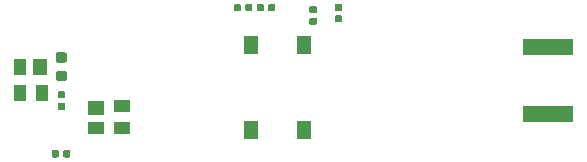
<source format=gbr>
G04 #@! TF.GenerationSoftware,KiCad,Pcbnew,(5.1.5)-3*
G04 #@! TF.CreationDate,2020-07-06T21:55:48+02:00*
G04 #@! TF.ProjectId,Theo3,5468656f-332e-46b6-9963-61645f706362,rev?*
G04 #@! TF.SameCoordinates,Original*
G04 #@! TF.FileFunction,Paste,Bot*
G04 #@! TF.FilePolarity,Positive*
%FSLAX46Y46*%
G04 Gerber Fmt 4.6, Leading zero omitted, Abs format (unit mm)*
G04 Created by KiCad (PCBNEW (5.1.5)-3) date 2020-07-06 21:55:48*
%MOMM*%
%LPD*%
G04 APERTURE LIST*
%ADD10C,0.100000*%
%ADD11R,1.200000X1.400000*%
%ADD12R,1.000000X1.400000*%
%ADD13R,1.400000X1.000000*%
%ADD14R,1.400000X1.200000*%
%ADD15R,1.300000X1.550000*%
%ADD16R,4.200000X1.350000*%
G04 APERTURE END LIST*
D10*
G36*
X46214558Y-79258910D02*
G01*
X46228876Y-79261034D01*
X46242917Y-79264551D01*
X46256546Y-79269428D01*
X46269631Y-79275617D01*
X46282047Y-79283058D01*
X46293673Y-79291681D01*
X46304398Y-79301402D01*
X46314119Y-79312127D01*
X46322742Y-79323753D01*
X46330183Y-79336169D01*
X46336372Y-79349254D01*
X46341249Y-79362883D01*
X46344766Y-79376924D01*
X46346890Y-79391242D01*
X46347600Y-79405700D01*
X46347600Y-79750700D01*
X46346890Y-79765158D01*
X46344766Y-79779476D01*
X46341249Y-79793517D01*
X46336372Y-79807146D01*
X46330183Y-79820231D01*
X46322742Y-79832647D01*
X46314119Y-79844273D01*
X46304398Y-79854998D01*
X46293673Y-79864719D01*
X46282047Y-79873342D01*
X46269631Y-79880783D01*
X46256546Y-79886972D01*
X46242917Y-79891849D01*
X46228876Y-79895366D01*
X46214558Y-79897490D01*
X46200100Y-79898200D01*
X45905100Y-79898200D01*
X45890642Y-79897490D01*
X45876324Y-79895366D01*
X45862283Y-79891849D01*
X45848654Y-79886972D01*
X45835569Y-79880783D01*
X45823153Y-79873342D01*
X45811527Y-79864719D01*
X45800802Y-79854998D01*
X45791081Y-79844273D01*
X45782458Y-79832647D01*
X45775017Y-79820231D01*
X45768828Y-79807146D01*
X45763951Y-79793517D01*
X45760434Y-79779476D01*
X45758310Y-79765158D01*
X45757600Y-79750700D01*
X45757600Y-79405700D01*
X45758310Y-79391242D01*
X45760434Y-79376924D01*
X45763951Y-79362883D01*
X45768828Y-79349254D01*
X45775017Y-79336169D01*
X45782458Y-79323753D01*
X45791081Y-79312127D01*
X45800802Y-79301402D01*
X45811527Y-79291681D01*
X45823153Y-79283058D01*
X45835569Y-79275617D01*
X45848654Y-79269428D01*
X45862283Y-79264551D01*
X45876324Y-79261034D01*
X45890642Y-79258910D01*
X45905100Y-79258200D01*
X46200100Y-79258200D01*
X46214558Y-79258910D01*
G37*
G36*
X45244558Y-79258910D02*
G01*
X45258876Y-79261034D01*
X45272917Y-79264551D01*
X45286546Y-79269428D01*
X45299631Y-79275617D01*
X45312047Y-79283058D01*
X45323673Y-79291681D01*
X45334398Y-79301402D01*
X45344119Y-79312127D01*
X45352742Y-79323753D01*
X45360183Y-79336169D01*
X45366372Y-79349254D01*
X45371249Y-79362883D01*
X45374766Y-79376924D01*
X45376890Y-79391242D01*
X45377600Y-79405700D01*
X45377600Y-79750700D01*
X45376890Y-79765158D01*
X45374766Y-79779476D01*
X45371249Y-79793517D01*
X45366372Y-79807146D01*
X45360183Y-79820231D01*
X45352742Y-79832647D01*
X45344119Y-79844273D01*
X45334398Y-79854998D01*
X45323673Y-79864719D01*
X45312047Y-79873342D01*
X45299631Y-79880783D01*
X45286546Y-79886972D01*
X45272917Y-79891849D01*
X45258876Y-79895366D01*
X45244558Y-79897490D01*
X45230100Y-79898200D01*
X44935100Y-79898200D01*
X44920642Y-79897490D01*
X44906324Y-79895366D01*
X44892283Y-79891849D01*
X44878654Y-79886972D01*
X44865569Y-79880783D01*
X44853153Y-79873342D01*
X44841527Y-79864719D01*
X44830802Y-79854998D01*
X44821081Y-79844273D01*
X44812458Y-79832647D01*
X44805017Y-79820231D01*
X44798828Y-79807146D01*
X44793951Y-79793517D01*
X44790434Y-79779476D01*
X44788310Y-79765158D01*
X44787600Y-79750700D01*
X44787600Y-79405700D01*
X44788310Y-79391242D01*
X44790434Y-79376924D01*
X44793951Y-79362883D01*
X44798828Y-79349254D01*
X44805017Y-79336169D01*
X44812458Y-79323753D01*
X44821081Y-79312127D01*
X44830802Y-79301402D01*
X44841527Y-79291681D01*
X44853153Y-79283058D01*
X44865569Y-79275617D01*
X44878654Y-79269428D01*
X44892283Y-79264551D01*
X44906324Y-79261034D01*
X44920642Y-79258910D01*
X44935100Y-79258200D01*
X45230100Y-79258200D01*
X45244558Y-79258910D01*
G37*
G36*
X69249558Y-67856310D02*
G01*
X69263876Y-67858434D01*
X69277917Y-67861951D01*
X69291546Y-67866828D01*
X69304631Y-67873017D01*
X69317047Y-67880458D01*
X69328673Y-67889081D01*
X69339398Y-67898802D01*
X69349119Y-67909527D01*
X69357742Y-67921153D01*
X69365183Y-67933569D01*
X69371372Y-67946654D01*
X69376249Y-67960283D01*
X69379766Y-67974324D01*
X69381890Y-67988642D01*
X69382600Y-68003100D01*
X69382600Y-68298100D01*
X69381890Y-68312558D01*
X69379766Y-68326876D01*
X69376249Y-68340917D01*
X69371372Y-68354546D01*
X69365183Y-68367631D01*
X69357742Y-68380047D01*
X69349119Y-68391673D01*
X69339398Y-68402398D01*
X69328673Y-68412119D01*
X69317047Y-68420742D01*
X69304631Y-68428183D01*
X69291546Y-68434372D01*
X69277917Y-68439249D01*
X69263876Y-68442766D01*
X69249558Y-68444890D01*
X69235100Y-68445600D01*
X68890100Y-68445600D01*
X68875642Y-68444890D01*
X68861324Y-68442766D01*
X68847283Y-68439249D01*
X68833654Y-68434372D01*
X68820569Y-68428183D01*
X68808153Y-68420742D01*
X68796527Y-68412119D01*
X68785802Y-68402398D01*
X68776081Y-68391673D01*
X68767458Y-68380047D01*
X68760017Y-68367631D01*
X68753828Y-68354546D01*
X68748951Y-68340917D01*
X68745434Y-68326876D01*
X68743310Y-68312558D01*
X68742600Y-68298100D01*
X68742600Y-68003100D01*
X68743310Y-67988642D01*
X68745434Y-67974324D01*
X68748951Y-67960283D01*
X68753828Y-67946654D01*
X68760017Y-67933569D01*
X68767458Y-67921153D01*
X68776081Y-67909527D01*
X68785802Y-67898802D01*
X68796527Y-67889081D01*
X68808153Y-67880458D01*
X68820569Y-67873017D01*
X68833654Y-67866828D01*
X68847283Y-67861951D01*
X68861324Y-67858434D01*
X68875642Y-67856310D01*
X68890100Y-67855600D01*
X69235100Y-67855600D01*
X69249558Y-67856310D01*
G37*
G36*
X69249558Y-66886310D02*
G01*
X69263876Y-66888434D01*
X69277917Y-66891951D01*
X69291546Y-66896828D01*
X69304631Y-66903017D01*
X69317047Y-66910458D01*
X69328673Y-66919081D01*
X69339398Y-66928802D01*
X69349119Y-66939527D01*
X69357742Y-66951153D01*
X69365183Y-66963569D01*
X69371372Y-66976654D01*
X69376249Y-66990283D01*
X69379766Y-67004324D01*
X69381890Y-67018642D01*
X69382600Y-67033100D01*
X69382600Y-67328100D01*
X69381890Y-67342558D01*
X69379766Y-67356876D01*
X69376249Y-67370917D01*
X69371372Y-67384546D01*
X69365183Y-67397631D01*
X69357742Y-67410047D01*
X69349119Y-67421673D01*
X69339398Y-67432398D01*
X69328673Y-67442119D01*
X69317047Y-67450742D01*
X69304631Y-67458183D01*
X69291546Y-67464372D01*
X69277917Y-67469249D01*
X69263876Y-67472766D01*
X69249558Y-67474890D01*
X69235100Y-67475600D01*
X68890100Y-67475600D01*
X68875642Y-67474890D01*
X68861324Y-67472766D01*
X68847283Y-67469249D01*
X68833654Y-67464372D01*
X68820569Y-67458183D01*
X68808153Y-67450742D01*
X68796527Y-67442119D01*
X68785802Y-67432398D01*
X68776081Y-67421673D01*
X68767458Y-67410047D01*
X68760017Y-67397631D01*
X68753828Y-67384546D01*
X68748951Y-67370917D01*
X68745434Y-67356876D01*
X68743310Y-67342558D01*
X68742600Y-67328100D01*
X68742600Y-67033100D01*
X68743310Y-67018642D01*
X68745434Y-67004324D01*
X68748951Y-66990283D01*
X68753828Y-66976654D01*
X68760017Y-66963569D01*
X68767458Y-66951153D01*
X68776081Y-66939527D01*
X68785802Y-66928802D01*
X68796527Y-66919081D01*
X68808153Y-66910458D01*
X68820569Y-66903017D01*
X68833654Y-66896828D01*
X68847283Y-66891951D01*
X68861324Y-66888434D01*
X68875642Y-66886310D01*
X68890100Y-66885600D01*
X69235100Y-66885600D01*
X69249558Y-66886310D01*
G37*
G36*
X67090558Y-68059510D02*
G01*
X67104876Y-68061634D01*
X67118917Y-68065151D01*
X67132546Y-68070028D01*
X67145631Y-68076217D01*
X67158047Y-68083658D01*
X67169673Y-68092281D01*
X67180398Y-68102002D01*
X67190119Y-68112727D01*
X67198742Y-68124353D01*
X67206183Y-68136769D01*
X67212372Y-68149854D01*
X67217249Y-68163483D01*
X67220766Y-68177524D01*
X67222890Y-68191842D01*
X67223600Y-68206300D01*
X67223600Y-68501300D01*
X67222890Y-68515758D01*
X67220766Y-68530076D01*
X67217249Y-68544117D01*
X67212372Y-68557746D01*
X67206183Y-68570831D01*
X67198742Y-68583247D01*
X67190119Y-68594873D01*
X67180398Y-68605598D01*
X67169673Y-68615319D01*
X67158047Y-68623942D01*
X67145631Y-68631383D01*
X67132546Y-68637572D01*
X67118917Y-68642449D01*
X67104876Y-68645966D01*
X67090558Y-68648090D01*
X67076100Y-68648800D01*
X66731100Y-68648800D01*
X66716642Y-68648090D01*
X66702324Y-68645966D01*
X66688283Y-68642449D01*
X66674654Y-68637572D01*
X66661569Y-68631383D01*
X66649153Y-68623942D01*
X66637527Y-68615319D01*
X66626802Y-68605598D01*
X66617081Y-68594873D01*
X66608458Y-68583247D01*
X66601017Y-68570831D01*
X66594828Y-68557746D01*
X66589951Y-68544117D01*
X66586434Y-68530076D01*
X66584310Y-68515758D01*
X66583600Y-68501300D01*
X66583600Y-68206300D01*
X66584310Y-68191842D01*
X66586434Y-68177524D01*
X66589951Y-68163483D01*
X66594828Y-68149854D01*
X66601017Y-68136769D01*
X66608458Y-68124353D01*
X66617081Y-68112727D01*
X66626802Y-68102002D01*
X66637527Y-68092281D01*
X66649153Y-68083658D01*
X66661569Y-68076217D01*
X66674654Y-68070028D01*
X66688283Y-68065151D01*
X66702324Y-68061634D01*
X66716642Y-68059510D01*
X66731100Y-68058800D01*
X67076100Y-68058800D01*
X67090558Y-68059510D01*
G37*
G36*
X67090558Y-67089510D02*
G01*
X67104876Y-67091634D01*
X67118917Y-67095151D01*
X67132546Y-67100028D01*
X67145631Y-67106217D01*
X67158047Y-67113658D01*
X67169673Y-67122281D01*
X67180398Y-67132002D01*
X67190119Y-67142727D01*
X67198742Y-67154353D01*
X67206183Y-67166769D01*
X67212372Y-67179854D01*
X67217249Y-67193483D01*
X67220766Y-67207524D01*
X67222890Y-67221842D01*
X67223600Y-67236300D01*
X67223600Y-67531300D01*
X67222890Y-67545758D01*
X67220766Y-67560076D01*
X67217249Y-67574117D01*
X67212372Y-67587746D01*
X67206183Y-67600831D01*
X67198742Y-67613247D01*
X67190119Y-67624873D01*
X67180398Y-67635598D01*
X67169673Y-67645319D01*
X67158047Y-67653942D01*
X67145631Y-67661383D01*
X67132546Y-67667572D01*
X67118917Y-67672449D01*
X67104876Y-67675966D01*
X67090558Y-67678090D01*
X67076100Y-67678800D01*
X66731100Y-67678800D01*
X66716642Y-67678090D01*
X66702324Y-67675966D01*
X66688283Y-67672449D01*
X66674654Y-67667572D01*
X66661569Y-67661383D01*
X66649153Y-67653942D01*
X66637527Y-67645319D01*
X66626802Y-67635598D01*
X66617081Y-67624873D01*
X66608458Y-67613247D01*
X66601017Y-67600831D01*
X66594828Y-67587746D01*
X66589951Y-67574117D01*
X66586434Y-67560076D01*
X66584310Y-67545758D01*
X66583600Y-67531300D01*
X66583600Y-67236300D01*
X66584310Y-67221842D01*
X66586434Y-67207524D01*
X66589951Y-67193483D01*
X66594828Y-67179854D01*
X66601017Y-67166769D01*
X66608458Y-67154353D01*
X66617081Y-67142727D01*
X66626802Y-67132002D01*
X66637527Y-67122281D01*
X66649153Y-67113658D01*
X66661569Y-67106217D01*
X66674654Y-67100028D01*
X66688283Y-67095151D01*
X66702324Y-67091634D01*
X66716642Y-67089510D01*
X66731100Y-67088800D01*
X67076100Y-67088800D01*
X67090558Y-67089510D01*
G37*
G36*
X62595158Y-66889110D02*
G01*
X62609476Y-66891234D01*
X62623517Y-66894751D01*
X62637146Y-66899628D01*
X62650231Y-66905817D01*
X62662647Y-66913258D01*
X62674273Y-66921881D01*
X62684998Y-66931602D01*
X62694719Y-66942327D01*
X62703342Y-66953953D01*
X62710783Y-66966369D01*
X62716972Y-66979454D01*
X62721849Y-66993083D01*
X62725366Y-67007124D01*
X62727490Y-67021442D01*
X62728200Y-67035900D01*
X62728200Y-67380900D01*
X62727490Y-67395358D01*
X62725366Y-67409676D01*
X62721849Y-67423717D01*
X62716972Y-67437346D01*
X62710783Y-67450431D01*
X62703342Y-67462847D01*
X62694719Y-67474473D01*
X62684998Y-67485198D01*
X62674273Y-67494919D01*
X62662647Y-67503542D01*
X62650231Y-67510983D01*
X62637146Y-67517172D01*
X62623517Y-67522049D01*
X62609476Y-67525566D01*
X62595158Y-67527690D01*
X62580700Y-67528400D01*
X62285700Y-67528400D01*
X62271242Y-67527690D01*
X62256924Y-67525566D01*
X62242883Y-67522049D01*
X62229254Y-67517172D01*
X62216169Y-67510983D01*
X62203753Y-67503542D01*
X62192127Y-67494919D01*
X62181402Y-67485198D01*
X62171681Y-67474473D01*
X62163058Y-67462847D01*
X62155617Y-67450431D01*
X62149428Y-67437346D01*
X62144551Y-67423717D01*
X62141034Y-67409676D01*
X62138910Y-67395358D01*
X62138200Y-67380900D01*
X62138200Y-67035900D01*
X62138910Y-67021442D01*
X62141034Y-67007124D01*
X62144551Y-66993083D01*
X62149428Y-66979454D01*
X62155617Y-66966369D01*
X62163058Y-66953953D01*
X62171681Y-66942327D01*
X62181402Y-66931602D01*
X62192127Y-66921881D01*
X62203753Y-66913258D01*
X62216169Y-66905817D01*
X62229254Y-66899628D01*
X62242883Y-66894751D01*
X62256924Y-66891234D01*
X62271242Y-66889110D01*
X62285700Y-66888400D01*
X62580700Y-66888400D01*
X62595158Y-66889110D01*
G37*
G36*
X63565158Y-66889110D02*
G01*
X63579476Y-66891234D01*
X63593517Y-66894751D01*
X63607146Y-66899628D01*
X63620231Y-66905817D01*
X63632647Y-66913258D01*
X63644273Y-66921881D01*
X63654998Y-66931602D01*
X63664719Y-66942327D01*
X63673342Y-66953953D01*
X63680783Y-66966369D01*
X63686972Y-66979454D01*
X63691849Y-66993083D01*
X63695366Y-67007124D01*
X63697490Y-67021442D01*
X63698200Y-67035900D01*
X63698200Y-67380900D01*
X63697490Y-67395358D01*
X63695366Y-67409676D01*
X63691849Y-67423717D01*
X63686972Y-67437346D01*
X63680783Y-67450431D01*
X63673342Y-67462847D01*
X63664719Y-67474473D01*
X63654998Y-67485198D01*
X63644273Y-67494919D01*
X63632647Y-67503542D01*
X63620231Y-67510983D01*
X63607146Y-67517172D01*
X63593517Y-67522049D01*
X63579476Y-67525566D01*
X63565158Y-67527690D01*
X63550700Y-67528400D01*
X63255700Y-67528400D01*
X63241242Y-67527690D01*
X63226924Y-67525566D01*
X63212883Y-67522049D01*
X63199254Y-67517172D01*
X63186169Y-67510983D01*
X63173753Y-67503542D01*
X63162127Y-67494919D01*
X63151402Y-67485198D01*
X63141681Y-67474473D01*
X63133058Y-67462847D01*
X63125617Y-67450431D01*
X63119428Y-67437346D01*
X63114551Y-67423717D01*
X63111034Y-67409676D01*
X63108910Y-67395358D01*
X63108200Y-67380900D01*
X63108200Y-67035900D01*
X63108910Y-67021442D01*
X63111034Y-67007124D01*
X63114551Y-66993083D01*
X63119428Y-66979454D01*
X63125617Y-66966369D01*
X63133058Y-66953953D01*
X63141681Y-66942327D01*
X63151402Y-66931602D01*
X63162127Y-66921881D01*
X63173753Y-66913258D01*
X63186169Y-66905817D01*
X63199254Y-66899628D01*
X63212883Y-66894751D01*
X63226924Y-66891234D01*
X63241242Y-66889110D01*
X63255700Y-66888400D01*
X63550700Y-66888400D01*
X63565158Y-66889110D01*
G37*
G36*
X60662358Y-66889110D02*
G01*
X60676676Y-66891234D01*
X60690717Y-66894751D01*
X60704346Y-66899628D01*
X60717431Y-66905817D01*
X60729847Y-66913258D01*
X60741473Y-66921881D01*
X60752198Y-66931602D01*
X60761919Y-66942327D01*
X60770542Y-66953953D01*
X60777983Y-66966369D01*
X60784172Y-66979454D01*
X60789049Y-66993083D01*
X60792566Y-67007124D01*
X60794690Y-67021442D01*
X60795400Y-67035900D01*
X60795400Y-67380900D01*
X60794690Y-67395358D01*
X60792566Y-67409676D01*
X60789049Y-67423717D01*
X60784172Y-67437346D01*
X60777983Y-67450431D01*
X60770542Y-67462847D01*
X60761919Y-67474473D01*
X60752198Y-67485198D01*
X60741473Y-67494919D01*
X60729847Y-67503542D01*
X60717431Y-67510983D01*
X60704346Y-67517172D01*
X60690717Y-67522049D01*
X60676676Y-67525566D01*
X60662358Y-67527690D01*
X60647900Y-67528400D01*
X60352900Y-67528400D01*
X60338442Y-67527690D01*
X60324124Y-67525566D01*
X60310083Y-67522049D01*
X60296454Y-67517172D01*
X60283369Y-67510983D01*
X60270953Y-67503542D01*
X60259327Y-67494919D01*
X60248602Y-67485198D01*
X60238881Y-67474473D01*
X60230258Y-67462847D01*
X60222817Y-67450431D01*
X60216628Y-67437346D01*
X60211751Y-67423717D01*
X60208234Y-67409676D01*
X60206110Y-67395358D01*
X60205400Y-67380900D01*
X60205400Y-67035900D01*
X60206110Y-67021442D01*
X60208234Y-67007124D01*
X60211751Y-66993083D01*
X60216628Y-66979454D01*
X60222817Y-66966369D01*
X60230258Y-66953953D01*
X60238881Y-66942327D01*
X60248602Y-66931602D01*
X60259327Y-66921881D01*
X60270953Y-66913258D01*
X60283369Y-66905817D01*
X60296454Y-66899628D01*
X60310083Y-66894751D01*
X60324124Y-66891234D01*
X60338442Y-66889110D01*
X60352900Y-66888400D01*
X60647900Y-66888400D01*
X60662358Y-66889110D01*
G37*
G36*
X61632358Y-66889110D02*
G01*
X61646676Y-66891234D01*
X61660717Y-66894751D01*
X61674346Y-66899628D01*
X61687431Y-66905817D01*
X61699847Y-66913258D01*
X61711473Y-66921881D01*
X61722198Y-66931602D01*
X61731919Y-66942327D01*
X61740542Y-66953953D01*
X61747983Y-66966369D01*
X61754172Y-66979454D01*
X61759049Y-66993083D01*
X61762566Y-67007124D01*
X61764690Y-67021442D01*
X61765400Y-67035900D01*
X61765400Y-67380900D01*
X61764690Y-67395358D01*
X61762566Y-67409676D01*
X61759049Y-67423717D01*
X61754172Y-67437346D01*
X61747983Y-67450431D01*
X61740542Y-67462847D01*
X61731919Y-67474473D01*
X61722198Y-67485198D01*
X61711473Y-67494919D01*
X61699847Y-67503542D01*
X61687431Y-67510983D01*
X61674346Y-67517172D01*
X61660717Y-67522049D01*
X61646676Y-67525566D01*
X61632358Y-67527690D01*
X61617900Y-67528400D01*
X61322900Y-67528400D01*
X61308442Y-67527690D01*
X61294124Y-67525566D01*
X61280083Y-67522049D01*
X61266454Y-67517172D01*
X61253369Y-67510983D01*
X61240953Y-67503542D01*
X61229327Y-67494919D01*
X61218602Y-67485198D01*
X61208881Y-67474473D01*
X61200258Y-67462847D01*
X61192817Y-67450431D01*
X61186628Y-67437346D01*
X61181751Y-67423717D01*
X61178234Y-67409676D01*
X61176110Y-67395358D01*
X61175400Y-67380900D01*
X61175400Y-67035900D01*
X61176110Y-67021442D01*
X61178234Y-67007124D01*
X61181751Y-66993083D01*
X61186628Y-66979454D01*
X61192817Y-66966369D01*
X61200258Y-66953953D01*
X61208881Y-66942327D01*
X61218602Y-66931602D01*
X61229327Y-66921881D01*
X61240953Y-66913258D01*
X61253369Y-66905817D01*
X61266454Y-66899628D01*
X61280083Y-66894751D01*
X61294124Y-66891234D01*
X61308442Y-66889110D01*
X61322900Y-66888400D01*
X61617900Y-66888400D01*
X61632358Y-66889110D01*
G37*
G36*
X45870691Y-70988253D02*
G01*
X45891926Y-70991403D01*
X45912750Y-70996619D01*
X45932962Y-71003851D01*
X45952368Y-71013030D01*
X45970781Y-71024066D01*
X45988024Y-71036854D01*
X46003930Y-71051270D01*
X46018346Y-71067176D01*
X46031134Y-71084419D01*
X46042170Y-71102832D01*
X46051349Y-71122238D01*
X46058581Y-71142450D01*
X46063797Y-71163274D01*
X46066947Y-71184509D01*
X46068000Y-71205950D01*
X46068000Y-71643450D01*
X46066947Y-71664891D01*
X46063797Y-71686126D01*
X46058581Y-71706950D01*
X46051349Y-71727162D01*
X46042170Y-71746568D01*
X46031134Y-71764981D01*
X46018346Y-71782224D01*
X46003930Y-71798130D01*
X45988024Y-71812546D01*
X45970781Y-71825334D01*
X45952368Y-71836370D01*
X45932962Y-71845549D01*
X45912750Y-71852781D01*
X45891926Y-71857997D01*
X45870691Y-71861147D01*
X45849250Y-71862200D01*
X45336750Y-71862200D01*
X45315309Y-71861147D01*
X45294074Y-71857997D01*
X45273250Y-71852781D01*
X45253038Y-71845549D01*
X45233632Y-71836370D01*
X45215219Y-71825334D01*
X45197976Y-71812546D01*
X45182070Y-71798130D01*
X45167654Y-71782224D01*
X45154866Y-71764981D01*
X45143830Y-71746568D01*
X45134651Y-71727162D01*
X45127419Y-71706950D01*
X45122203Y-71686126D01*
X45119053Y-71664891D01*
X45118000Y-71643450D01*
X45118000Y-71205950D01*
X45119053Y-71184509D01*
X45122203Y-71163274D01*
X45127419Y-71142450D01*
X45134651Y-71122238D01*
X45143830Y-71102832D01*
X45154866Y-71084419D01*
X45167654Y-71067176D01*
X45182070Y-71051270D01*
X45197976Y-71036854D01*
X45215219Y-71024066D01*
X45233632Y-71013030D01*
X45253038Y-71003851D01*
X45273250Y-70996619D01*
X45294074Y-70991403D01*
X45315309Y-70988253D01*
X45336750Y-70987200D01*
X45849250Y-70987200D01*
X45870691Y-70988253D01*
G37*
G36*
X45870691Y-72563253D02*
G01*
X45891926Y-72566403D01*
X45912750Y-72571619D01*
X45932962Y-72578851D01*
X45952368Y-72588030D01*
X45970781Y-72599066D01*
X45988024Y-72611854D01*
X46003930Y-72626270D01*
X46018346Y-72642176D01*
X46031134Y-72659419D01*
X46042170Y-72677832D01*
X46051349Y-72697238D01*
X46058581Y-72717450D01*
X46063797Y-72738274D01*
X46066947Y-72759509D01*
X46068000Y-72780950D01*
X46068000Y-73218450D01*
X46066947Y-73239891D01*
X46063797Y-73261126D01*
X46058581Y-73281950D01*
X46051349Y-73302162D01*
X46042170Y-73321568D01*
X46031134Y-73339981D01*
X46018346Y-73357224D01*
X46003930Y-73373130D01*
X45988024Y-73387546D01*
X45970781Y-73400334D01*
X45952368Y-73411370D01*
X45932962Y-73420549D01*
X45912750Y-73427781D01*
X45891926Y-73432997D01*
X45870691Y-73436147D01*
X45849250Y-73437200D01*
X45336750Y-73437200D01*
X45315309Y-73436147D01*
X45294074Y-73432997D01*
X45273250Y-73427781D01*
X45253038Y-73420549D01*
X45233632Y-73411370D01*
X45215219Y-73400334D01*
X45197976Y-73387546D01*
X45182070Y-73373130D01*
X45167654Y-73357224D01*
X45154866Y-73339981D01*
X45143830Y-73321568D01*
X45134651Y-73302162D01*
X45127419Y-73281950D01*
X45122203Y-73261126D01*
X45119053Y-73239891D01*
X45118000Y-73218450D01*
X45118000Y-72780950D01*
X45119053Y-72759509D01*
X45122203Y-72738274D01*
X45127419Y-72717450D01*
X45134651Y-72697238D01*
X45143830Y-72677832D01*
X45154866Y-72659419D01*
X45167654Y-72642176D01*
X45182070Y-72626270D01*
X45197976Y-72611854D01*
X45215219Y-72599066D01*
X45233632Y-72588030D01*
X45253038Y-72578851D01*
X45273250Y-72571619D01*
X45294074Y-72566403D01*
X45315309Y-72563253D01*
X45336750Y-72562200D01*
X45849250Y-72562200D01*
X45870691Y-72563253D01*
G37*
G36*
X45779958Y-74303110D02*
G01*
X45794276Y-74305234D01*
X45808317Y-74308751D01*
X45821946Y-74313628D01*
X45835031Y-74319817D01*
X45847447Y-74327258D01*
X45859073Y-74335881D01*
X45869798Y-74345602D01*
X45879519Y-74356327D01*
X45888142Y-74367953D01*
X45895583Y-74380369D01*
X45901772Y-74393454D01*
X45906649Y-74407083D01*
X45910166Y-74421124D01*
X45912290Y-74435442D01*
X45913000Y-74449900D01*
X45913000Y-74744900D01*
X45912290Y-74759358D01*
X45910166Y-74773676D01*
X45906649Y-74787717D01*
X45901772Y-74801346D01*
X45895583Y-74814431D01*
X45888142Y-74826847D01*
X45879519Y-74838473D01*
X45869798Y-74849198D01*
X45859073Y-74858919D01*
X45847447Y-74867542D01*
X45835031Y-74874983D01*
X45821946Y-74881172D01*
X45808317Y-74886049D01*
X45794276Y-74889566D01*
X45779958Y-74891690D01*
X45765500Y-74892400D01*
X45420500Y-74892400D01*
X45406042Y-74891690D01*
X45391724Y-74889566D01*
X45377683Y-74886049D01*
X45364054Y-74881172D01*
X45350969Y-74874983D01*
X45338553Y-74867542D01*
X45326927Y-74858919D01*
X45316202Y-74849198D01*
X45306481Y-74838473D01*
X45297858Y-74826847D01*
X45290417Y-74814431D01*
X45284228Y-74801346D01*
X45279351Y-74787717D01*
X45275834Y-74773676D01*
X45273710Y-74759358D01*
X45273000Y-74744900D01*
X45273000Y-74449900D01*
X45273710Y-74435442D01*
X45275834Y-74421124D01*
X45279351Y-74407083D01*
X45284228Y-74393454D01*
X45290417Y-74380369D01*
X45297858Y-74367953D01*
X45306481Y-74356327D01*
X45316202Y-74345602D01*
X45326927Y-74335881D01*
X45338553Y-74327258D01*
X45350969Y-74319817D01*
X45364054Y-74313628D01*
X45377683Y-74308751D01*
X45391724Y-74305234D01*
X45406042Y-74303110D01*
X45420500Y-74302400D01*
X45765500Y-74302400D01*
X45779958Y-74303110D01*
G37*
G36*
X45779958Y-75273110D02*
G01*
X45794276Y-75275234D01*
X45808317Y-75278751D01*
X45821946Y-75283628D01*
X45835031Y-75289817D01*
X45847447Y-75297258D01*
X45859073Y-75305881D01*
X45869798Y-75315602D01*
X45879519Y-75326327D01*
X45888142Y-75337953D01*
X45895583Y-75350369D01*
X45901772Y-75363454D01*
X45906649Y-75377083D01*
X45910166Y-75391124D01*
X45912290Y-75405442D01*
X45913000Y-75419900D01*
X45913000Y-75714900D01*
X45912290Y-75729358D01*
X45910166Y-75743676D01*
X45906649Y-75757717D01*
X45901772Y-75771346D01*
X45895583Y-75784431D01*
X45888142Y-75796847D01*
X45879519Y-75808473D01*
X45869798Y-75819198D01*
X45859073Y-75828919D01*
X45847447Y-75837542D01*
X45835031Y-75844983D01*
X45821946Y-75851172D01*
X45808317Y-75856049D01*
X45794276Y-75859566D01*
X45779958Y-75861690D01*
X45765500Y-75862400D01*
X45420500Y-75862400D01*
X45406042Y-75861690D01*
X45391724Y-75859566D01*
X45377683Y-75856049D01*
X45364054Y-75851172D01*
X45350969Y-75844983D01*
X45338553Y-75837542D01*
X45326927Y-75828919D01*
X45316202Y-75819198D01*
X45306481Y-75808473D01*
X45297858Y-75796847D01*
X45290417Y-75784431D01*
X45284228Y-75771346D01*
X45279351Y-75757717D01*
X45275834Y-75743676D01*
X45273710Y-75729358D01*
X45273000Y-75714900D01*
X45273000Y-75419900D01*
X45273710Y-75405442D01*
X45275834Y-75391124D01*
X45279351Y-75377083D01*
X45284228Y-75363454D01*
X45290417Y-75350369D01*
X45297858Y-75337953D01*
X45306481Y-75326327D01*
X45316202Y-75315602D01*
X45326927Y-75305881D01*
X45338553Y-75297258D01*
X45350969Y-75289817D01*
X45364054Y-75283628D01*
X45377683Y-75278751D01*
X45391724Y-75275234D01*
X45406042Y-75273110D01*
X45420500Y-75272400D01*
X45765500Y-75272400D01*
X45779958Y-75273110D01*
G37*
D11*
X43797600Y-72229800D03*
D12*
X42077600Y-72229800D03*
X43977600Y-74429800D03*
X42077600Y-74429800D03*
D13*
X50757000Y-77404000D03*
X50757000Y-75504000D03*
X48557000Y-77404000D03*
D14*
X48557000Y-75684000D03*
D15*
X66131000Y-77539800D03*
X66131000Y-70389800D03*
X61631000Y-77539800D03*
X61631000Y-70389800D03*
D16*
X86817200Y-76231000D03*
X86817200Y-70581000D03*
M02*

</source>
